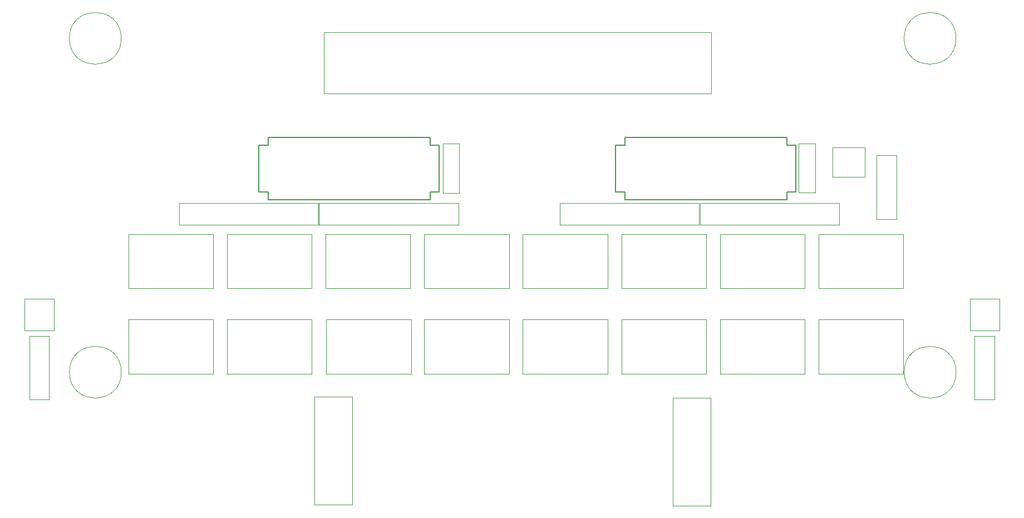
<source format=gbr>
G04 #@! TF.GenerationSoftware,KiCad,Pcbnew,(6.0.5)*
G04 #@! TF.CreationDate,2022-06-02T13:00:58-04:00*
G04 #@! TF.ProjectId,PB_16,50425f31-362e-46b6-9963-61645f706362,v5*
G04 #@! TF.SameCoordinates,Original*
G04 #@! TF.FileFunction,Other,User*
%FSLAX46Y46*%
G04 Gerber Fmt 4.6, Leading zero omitted, Abs format (unit mm)*
G04 Created by KiCad (PCBNEW (6.0.5)) date 2022-06-02 13:00:58*
%MOMM*%
%LPD*%
G01*
G04 APERTURE LIST*
%ADD10C,0.050000*%
%ADD11C,0.152400*%
G04 APERTURE END LIST*
D10*
X188132400Y-105555100D02*
X190632400Y-105555100D01*
X190632400Y-105555100D02*
X190632400Y-98055100D01*
X190632400Y-98055100D02*
X188132400Y-98055100D01*
X188132400Y-98055100D02*
X188132400Y-105555100D01*
X99050000Y-133100000D02*
X99050000Y-124850000D01*
X99050000Y-124850000D02*
X86150000Y-124850000D01*
X86150000Y-124850000D02*
X86150000Y-133100000D01*
X86150000Y-133100000D02*
X99050000Y-133100000D01*
X116150000Y-111850000D02*
X116150000Y-120100000D01*
X129050000Y-111850000D02*
X116150000Y-111850000D01*
X116150000Y-120100000D02*
X129050000Y-120100000D01*
X129050000Y-120100000D02*
X129050000Y-111850000D01*
X129164342Y-124850000D02*
X116264342Y-124850000D01*
X129164342Y-133100000D02*
X129164342Y-124850000D01*
X116264342Y-133100000D02*
X129164342Y-133100000D01*
X116264342Y-124850000D02*
X116264342Y-133100000D01*
X144050000Y-120100000D02*
X144050000Y-111850000D01*
X144050000Y-111850000D02*
X131150000Y-111850000D01*
X131150000Y-120100000D02*
X144050000Y-120100000D01*
X131150000Y-111850000D02*
X131150000Y-120100000D01*
X131150000Y-133100000D02*
X144050000Y-133100000D01*
X144050000Y-124850000D02*
X131150000Y-124850000D01*
X144050000Y-133100000D02*
X144050000Y-124850000D01*
X131150000Y-124850000D02*
X131150000Y-133100000D01*
X159050000Y-111850000D02*
X146150000Y-111850000D01*
X146150000Y-111850000D02*
X146150000Y-120100000D01*
X146150000Y-120100000D02*
X159050000Y-120100000D01*
X159050000Y-120100000D02*
X159050000Y-111850000D01*
X146150000Y-124850000D02*
X146150000Y-133100000D01*
X146150000Y-133100000D02*
X159050000Y-133100000D01*
X159050000Y-124850000D02*
X146150000Y-124850000D01*
X159050000Y-133100000D02*
X159050000Y-124850000D01*
X161150000Y-120100000D02*
X174050000Y-120100000D01*
X161150000Y-111850000D02*
X161150000Y-120100000D01*
X174050000Y-111850000D02*
X161150000Y-111850000D01*
X174050000Y-120100000D02*
X174050000Y-111850000D01*
X174050000Y-124850000D02*
X161150000Y-124850000D01*
X161150000Y-124850000D02*
X161150000Y-133100000D01*
X161150000Y-133100000D02*
X174050000Y-133100000D01*
X174050000Y-133100000D02*
X174050000Y-124850000D01*
X176150000Y-120100000D02*
X189050000Y-120100000D01*
X176150000Y-111850000D02*
X176150000Y-120100000D01*
X189050000Y-120100000D02*
X189050000Y-111850000D01*
X189050000Y-111850000D02*
X176150000Y-111850000D01*
X176150000Y-124850000D02*
X176150000Y-133100000D01*
X189050000Y-133100000D02*
X189050000Y-124850000D01*
X189050000Y-124850000D02*
X176150000Y-124850000D01*
X176150000Y-133100000D02*
X189050000Y-133100000D01*
X204050000Y-120100000D02*
X204050000Y-111850000D01*
X191150000Y-111850000D02*
X191150000Y-120100000D01*
X204050000Y-111850000D02*
X191150000Y-111850000D01*
X191150000Y-120100000D02*
X204050000Y-120100000D01*
X204050000Y-124850000D02*
X191150000Y-124850000D01*
X191150000Y-124850000D02*
X191150000Y-133100000D01*
X191150000Y-133100000D02*
X204050000Y-133100000D01*
X204050000Y-133100000D02*
X204050000Y-124850000D01*
D11*
X187708600Y-98322600D02*
X186324300Y-98322600D01*
X161660900Y-98322600D02*
X160276600Y-98322600D01*
X161660900Y-106590300D02*
X186324300Y-106590300D01*
X186324300Y-98322600D02*
X186324300Y-97166900D01*
X160276600Y-105434600D02*
X161660900Y-105434600D01*
X186324300Y-97166900D02*
X161660900Y-97166900D01*
X186324300Y-105434600D02*
X187708600Y-105434600D01*
X161660900Y-105434600D02*
X161660900Y-106590300D01*
X187708600Y-105434600D02*
X187708600Y-98322600D01*
X186324300Y-106590300D02*
X186324300Y-105434600D01*
X161660900Y-97166900D02*
X161660900Y-98322600D01*
X160276600Y-98322600D02*
X160276600Y-105434600D01*
D10*
X174697600Y-136755000D02*
X168997600Y-136755000D01*
X174697600Y-153155000D02*
X174697600Y-136755000D01*
X168997600Y-136755000D02*
X168997600Y-153155000D01*
X168997600Y-153155000D02*
X174697600Y-153155000D01*
X133992300Y-98080500D02*
X133992300Y-105580500D01*
X136492300Y-105580500D02*
X136492300Y-98080500D01*
X136492300Y-98080500D02*
X133992300Y-98080500D01*
X133992300Y-105580500D02*
X136492300Y-105580500D01*
X115061500Y-110463600D02*
X115061500Y-107163600D01*
X93861500Y-107163600D02*
X93861500Y-110463600D01*
X115061500Y-107163600D02*
X93861500Y-107163600D01*
X93861500Y-110463600D02*
X115061500Y-110463600D01*
X151786200Y-107163600D02*
X151786200Y-110463600D01*
X151786200Y-110463600D02*
X172986200Y-110463600D01*
X172986200Y-107163600D02*
X151786200Y-107163600D01*
X172986200Y-110463600D02*
X172986200Y-107163600D01*
X194312600Y-107163600D02*
X173112600Y-107163600D01*
X194312600Y-110463600D02*
X194312600Y-107163600D01*
X173112600Y-107163600D02*
X173112600Y-110463600D01*
X173112600Y-110463600D02*
X194312600Y-110463600D01*
X136352700Y-110463600D02*
X136352700Y-107163600D01*
X115152700Y-107163600D02*
X115152700Y-110463600D01*
X136352700Y-107163600D02*
X115152700Y-107163600D01*
X115152700Y-110463600D02*
X136352700Y-110463600D01*
X99050000Y-111850000D02*
X86150000Y-111850000D01*
X99050000Y-120100000D02*
X99050000Y-111850000D01*
X86150000Y-111850000D02*
X86150000Y-120100000D01*
X86150000Y-120100000D02*
X99050000Y-120100000D01*
X101150000Y-120100000D02*
X114050000Y-120100000D01*
X114050000Y-120100000D02*
X114050000Y-111850000D01*
X101150000Y-111850000D02*
X101150000Y-120100000D01*
X114050000Y-111850000D02*
X101150000Y-111850000D01*
X101150000Y-133100000D02*
X114050000Y-133100000D01*
X114050000Y-133100000D02*
X114050000Y-124850000D01*
X114050000Y-124850000D02*
X101150000Y-124850000D01*
X101150000Y-124850000D02*
X101150000Y-133100000D01*
X120182600Y-153018600D02*
X120182600Y-136618600D01*
X120182600Y-136618600D02*
X114482600Y-136618600D01*
X114482600Y-136618600D02*
X114482600Y-153018600D01*
X114482600Y-153018600D02*
X120182600Y-153018600D01*
X85063000Y-82066600D02*
G75*
G03*
X85063000Y-82066600I-3950000J0D01*
G01*
X212063000Y-82066600D02*
G75*
G03*
X212063000Y-82066600I-3950000J0D01*
G01*
D11*
X132074300Y-97166900D02*
X107410900Y-97166900D01*
X132074300Y-98322600D02*
X132074300Y-97166900D01*
X107410900Y-106590300D02*
X132074300Y-106590300D01*
X106026600Y-98322600D02*
X106026600Y-105434600D01*
X133458600Y-98322600D02*
X132074300Y-98322600D01*
X107410900Y-97166900D02*
X107410900Y-98322600D01*
X132074300Y-105434600D02*
X133458600Y-105434600D01*
X132074300Y-106590300D02*
X132074300Y-105434600D01*
X133458600Y-105434600D02*
X133458600Y-98322600D01*
X107410900Y-98322600D02*
X106026600Y-98322600D01*
X107410900Y-105434600D02*
X107410900Y-106590300D01*
X106026600Y-105434600D02*
X107410900Y-105434600D01*
D10*
X74851000Y-126531000D02*
X74851000Y-121681000D01*
X70351000Y-121681000D02*
X70351000Y-126531000D01*
X74851000Y-121681000D02*
X70351000Y-121681000D01*
X70351000Y-126531000D02*
X74851000Y-126531000D01*
X71101000Y-137062000D02*
X74101000Y-137062000D01*
X71101000Y-127342000D02*
X71101000Y-137062000D01*
X74101000Y-137062000D02*
X74101000Y-127342000D01*
X74101000Y-127342000D02*
X71101000Y-127342000D01*
X193301000Y-103167800D02*
X198151000Y-103167800D01*
X198151000Y-98667800D02*
X193301000Y-98667800D01*
X193301000Y-98667800D02*
X193301000Y-103167800D01*
X198151000Y-103167800D02*
X198151000Y-98667800D01*
X174811000Y-81107800D02*
X174811000Y-90467800D01*
X115851000Y-90467800D02*
X115851000Y-81107800D01*
X174811000Y-90467800D02*
X115851000Y-90467800D01*
X115851000Y-81107800D02*
X174811000Y-81107800D01*
X200001000Y-99847800D02*
X200001000Y-109567800D01*
X200001000Y-109567800D02*
X203001000Y-109567800D01*
X203001000Y-109567800D02*
X203001000Y-99847800D01*
X203001000Y-99847800D02*
X200001000Y-99847800D01*
X212077600Y-132866600D02*
G75*
G03*
X212077600Y-132866600I-3950000J0D01*
G01*
X217901000Y-137062000D02*
X217901000Y-127342000D01*
X214901000Y-137062000D02*
X217901000Y-137062000D01*
X214901000Y-127342000D02*
X214901000Y-137062000D01*
X217901000Y-127342000D02*
X214901000Y-127342000D01*
X218651000Y-126531000D02*
X218651000Y-121681000D01*
X218651000Y-121681000D02*
X214151000Y-121681000D01*
X214151000Y-121681000D02*
X214151000Y-126531000D01*
X214151000Y-126531000D02*
X218651000Y-126531000D01*
X85077600Y-132866600D02*
G75*
G03*
X85077600Y-132866600I-3950000J0D01*
G01*
M02*

</source>
